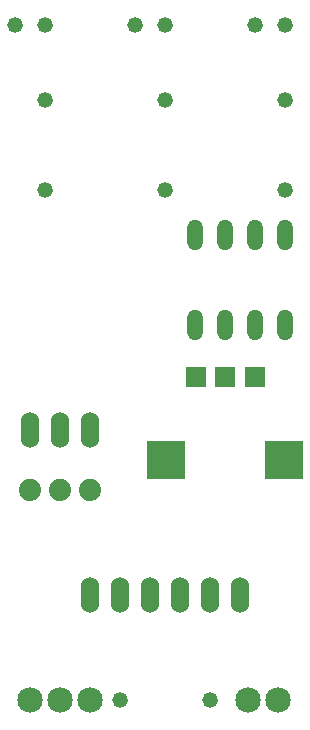
<source format=gbr>
%TF.GenerationSoftware,KiCad,Pcbnew,(5.1.12-1-10_14)*%
%TF.CreationDate,2021-11-23T10:57:09-05:00*%
%TF.ProjectId,EMB2,454d4232-2e6b-4696-9361-645f70636258,rev?*%
%TF.SameCoordinates,Original*%
%TF.FileFunction,Copper,L1,Top*%
%TF.FilePolarity,Positive*%
%FSLAX46Y46*%
G04 Gerber Fmt 4.6, Leading zero omitted, Abs format (unit mm)*
G04 Created by KiCad (PCBNEW (5.1.12-1-10_14)) date 2021-11-23 10:57:09*
%MOMM*%
%LPD*%
G01*
G04 APERTURE LIST*
%TA.AperFunction,ComponentPad*%
%ADD10R,3.216000X3.216000*%
%TD*%
%TA.AperFunction,ComponentPad*%
%ADD11R,1.800000X1.800000*%
%TD*%
%TA.AperFunction,ComponentPad*%
%ADD12O,1.320800X2.641600*%
%TD*%
%TA.AperFunction,ComponentPad*%
%ADD13O,1.524000X3.048000*%
%TD*%
%TA.AperFunction,ComponentPad*%
%ADD14C,1.320800*%
%TD*%
%TA.AperFunction,ComponentPad*%
%ADD15C,1.879600*%
%TD*%
%TA.AperFunction,ComponentPad*%
%ADD16C,2.159000*%
%TD*%
G04 APERTURE END LIST*
D10*
%TO.P,10K_LIN_POT,S2*%
%TO.N,N/C*%
X149063600Y-114206100D03*
%TO.P,10K_LIN_POT,S1*%
X159063600Y-114206100D03*
D11*
%TO.P,10K_LIN_POT,3*%
X151563600Y-107206100D03*
%TO.P,10K_LIN_POT,2*%
X154063600Y-107206100D03*
%TO.P,10K_LIN_POT,1*%
X156563600Y-107206100D03*
%TD*%
D12*
%TO.P,IC1,8*%
%TO.N,Net-(IC1-Pad8)*%
X151523600Y-95156100D03*
%TO.P,IC1,7*%
%TO.N,Net-(IC1-Pad7)*%
X154063600Y-95156100D03*
%TO.P,IC1,6*%
%TO.N,Net-(IC1-Pad6)*%
X156603600Y-95156100D03*
%TO.P,IC1,5*%
%TO.N,Net-(IC1-Pad5)*%
X159143600Y-95156100D03*
%TO.P,IC1,4*%
%TO.N,Net-(G1-Pad-)*%
X159143600Y-102776100D03*
%TO.P,IC1,3*%
%TO.N,N/C*%
X156603600Y-102776100D03*
%TO.P,IC1,2*%
X154063600Y-102776100D03*
%TO.P,IC1,1*%
X151523600Y-102776100D03*
%TD*%
D13*
%TO.P,7805,OUT*%
%TO.N,N/C*%
X142633600Y-111666100D03*
%TO.P,7805,GND*%
%TO.N,GND*%
X140093600Y-111666100D03*
%TO.P,7805,IN*%
%TO.N,N/C*%
X137553600Y-111666100D03*
%TD*%
D14*
%TO.P,L1,K*%
%TO.N,GND*%
X156603600Y-77376100D03*
%TO.P,L1,A*%
%TO.N,N/C*%
X159143600Y-77376100D03*
%TD*%
%TO.P,L2,K*%
%TO.N,GND*%
X136283600Y-77376100D03*
%TO.P,L2,A*%
%TO.N,N/C*%
X138823600Y-77376100D03*
%TD*%
%TO.P,L3,K*%
%TO.N,GND*%
X146443600Y-77376100D03*
%TO.P,L3,A*%
%TO.N,N/C*%
X148983600Y-77376100D03*
%TD*%
%TO.P,R1,2*%
%TO.N,Net-(LED1-PadA)*%
X159143600Y-83726100D03*
%TO.P,R1,1*%
%TO.N,Net-(IC1-Pad5)*%
X159143600Y-91346100D03*
%TD*%
%TO.P,R2,2*%
%TO.N,Net-(LED2-PadA)*%
X138823600Y-83726100D03*
%TO.P,R2,1*%
%TO.N,Net-(IC1-Pad6)*%
X138823600Y-91346100D03*
%TD*%
%TO.P,R3,2*%
%TO.N,Net-(LED3-PadA)*%
X148983600Y-83726100D03*
%TO.P,R3,1*%
%TO.N,Net-(IC1-Pad7)*%
X148983600Y-91346100D03*
%TD*%
D15*
%TO.P,S1,3*%
%TO.N,N/C*%
X137553600Y-116746100D03*
%TO.P,S1,2*%
%TO.N,Net-(L7805CV1-PadIN)*%
X140093600Y-116746100D03*
%TO.P,S1,1*%
%TO.N,N/C*%
X142633600Y-116746100D03*
%TD*%
D13*
%TO.P,E$2,6*%
%TO.N,N/C*%
X155333600Y-125636100D03*
%TO.P,E$2,5*%
X152793600Y-125636100D03*
%TO.P,E$2,4*%
X150253600Y-125636100D03*
%TO.P,E$2,3*%
X147713600Y-125636100D03*
%TO.P,E$2,2*%
X145173600Y-125636100D03*
%TO.P,E$2,1*%
%TO.N,GND*%
X142633600Y-125636100D03*
%TD*%
D14*
%TO.P,PRACTICE,2*%
%TO.N,N/C*%
X152793600Y-134526100D03*
%TO.P,PRACTICE,1*%
X145173600Y-134526100D03*
%TD*%
D16*
%TO.P,E$5,MP*%
%TO.N,N/C*%
X137553600Y-134526100D03*
%TD*%
%TO.P,E$6,MP*%
%TO.N,N/C*%
X140093600Y-134526100D03*
%TD*%
%TO.P,E$7,MP*%
%TO.N,N/C*%
X142633600Y-134526100D03*
%TD*%
%TO.P,E$8,MP*%
%TO.N,N/C*%
X158508600Y-134526100D03*
%TD*%
%TO.P,E$9,MP*%
%TO.N,N/C*%
X155968600Y-134526100D03*
%TD*%
M02*

</source>
